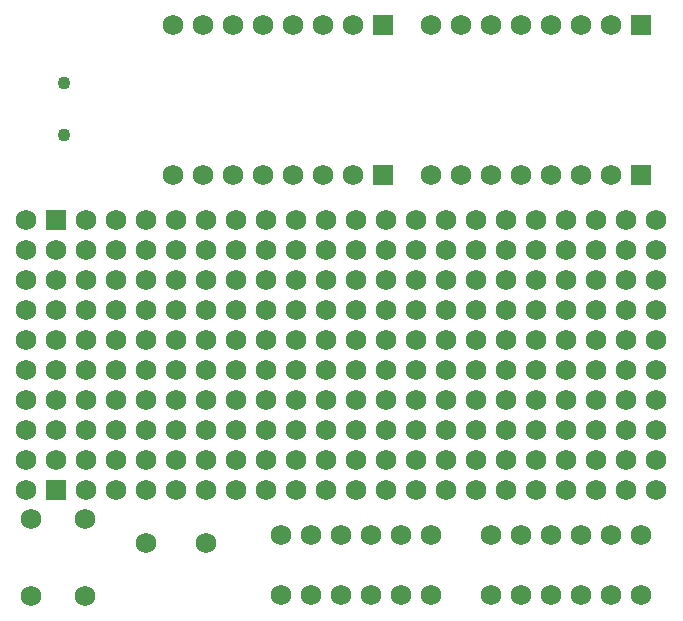
<source format=gbs>
G75*
G70*
%OFA0B0*%
%FSLAX24Y24*%
%IPPOS*%
%LPD*%
%AMOC8*
5,1,8,0,0,1.08239X$1,22.5*
%
%ADD10C,0.0680*%
%ADD11R,0.0680X0.0680*%
%ADD12C,0.0434*%
D10*
X001382Y001524D03*
X003162Y001524D03*
X005222Y003304D03*
X005222Y005054D03*
X006222Y005054D03*
X007222Y005054D03*
X008222Y005054D03*
X009222Y005054D03*
X010222Y005054D03*
X011222Y005054D03*
X012222Y005054D03*
X013222Y005054D03*
X014222Y005054D03*
X015222Y005054D03*
X016222Y005054D03*
X017222Y005054D03*
X018222Y005054D03*
X019222Y005054D03*
X020222Y005054D03*
X021222Y005054D03*
X022222Y005054D03*
X022222Y006054D03*
X021222Y006054D03*
X020222Y006054D03*
X019222Y006054D03*
X018222Y006054D03*
X017222Y006054D03*
X016222Y006054D03*
X015222Y006054D03*
X014222Y006054D03*
X013222Y006054D03*
X012222Y006054D03*
X011222Y006054D03*
X010222Y006054D03*
X009222Y006054D03*
X008222Y006054D03*
X007222Y006054D03*
X006222Y006054D03*
X005222Y006054D03*
X004222Y006054D03*
X004222Y005054D03*
X003222Y005054D03*
X003162Y004084D03*
X001382Y004084D03*
X001222Y005054D03*
X001222Y006054D03*
X002222Y006054D03*
X002222Y007054D03*
X001222Y007054D03*
X001222Y008054D03*
X002222Y008054D03*
X002222Y009054D03*
X001222Y009054D03*
X001222Y010054D03*
X002222Y010054D03*
X002222Y011054D03*
X001222Y011054D03*
X001222Y012054D03*
X002222Y012054D03*
X002222Y013054D03*
X001222Y013054D03*
X001222Y014054D03*
X003222Y014054D03*
X003222Y013054D03*
X003222Y012054D03*
X003222Y011054D03*
X003222Y010054D03*
X003222Y009054D03*
X003222Y008054D03*
X003222Y007054D03*
X003222Y006054D03*
X004222Y007054D03*
X005222Y007054D03*
X006222Y007054D03*
X007222Y007054D03*
X008222Y007054D03*
X009222Y007054D03*
X010222Y007054D03*
X011222Y007054D03*
X012222Y007054D03*
X013222Y007054D03*
X014222Y007054D03*
X015222Y007054D03*
X016222Y007054D03*
X017222Y007054D03*
X018222Y007054D03*
X019222Y007054D03*
X020222Y007054D03*
X021222Y007054D03*
X022222Y007054D03*
X022222Y008054D03*
X021222Y008054D03*
X020222Y008054D03*
X019222Y008054D03*
X018222Y008054D03*
X017222Y008054D03*
X016222Y008054D03*
X015222Y008054D03*
X014222Y008054D03*
X013222Y008054D03*
X012222Y008054D03*
X011222Y008054D03*
X010222Y008054D03*
X009222Y008054D03*
X008222Y008054D03*
X007222Y008054D03*
X006222Y008054D03*
X005222Y008054D03*
X004222Y008054D03*
X004222Y009054D03*
X005222Y009054D03*
X006222Y009054D03*
X007222Y009054D03*
X008222Y009054D03*
X009222Y009054D03*
X010222Y009054D03*
X011222Y009054D03*
X012222Y009054D03*
X013222Y009054D03*
X014222Y009054D03*
X015222Y009054D03*
X016222Y009054D03*
X017222Y009054D03*
X018222Y009054D03*
X019222Y009054D03*
X020222Y009054D03*
X021222Y009054D03*
X022222Y009054D03*
X022222Y010054D03*
X021222Y010054D03*
X020222Y010054D03*
X019222Y010054D03*
X018222Y010054D03*
X017222Y010054D03*
X016222Y010054D03*
X015222Y010054D03*
X014222Y010054D03*
X013222Y010054D03*
X012222Y010054D03*
X011222Y010054D03*
X010222Y010054D03*
X009222Y010054D03*
X008222Y010054D03*
X007222Y010054D03*
X006222Y010054D03*
X005222Y010054D03*
X004222Y010054D03*
X004222Y011054D03*
X005222Y011054D03*
X006222Y011054D03*
X007222Y011054D03*
X008222Y011054D03*
X009222Y011054D03*
X010222Y011054D03*
X011222Y011054D03*
X012222Y011054D03*
X013222Y011054D03*
X014222Y011054D03*
X015222Y011054D03*
X016222Y011054D03*
X017222Y011054D03*
X018222Y011054D03*
X019222Y011054D03*
X020222Y011054D03*
X021222Y011054D03*
X022222Y011054D03*
X022222Y012054D03*
X021222Y012054D03*
X020222Y012054D03*
X019222Y012054D03*
X018222Y012054D03*
X017222Y012054D03*
X016222Y012054D03*
X015222Y012054D03*
X014222Y012054D03*
X013222Y012054D03*
X012222Y012054D03*
X011222Y012054D03*
X010222Y012054D03*
X009222Y012054D03*
X008222Y012054D03*
X007222Y012054D03*
X006222Y012054D03*
X005222Y012054D03*
X004222Y012054D03*
X004222Y013054D03*
X005222Y013054D03*
X006222Y013054D03*
X007222Y013054D03*
X008222Y013054D03*
X009222Y013054D03*
X010222Y013054D03*
X011222Y013054D03*
X012222Y013054D03*
X013222Y013054D03*
X014222Y013054D03*
X015222Y013054D03*
X016222Y013054D03*
X017222Y013054D03*
X018222Y013054D03*
X019222Y013054D03*
X020222Y013054D03*
X021222Y013054D03*
X022222Y013054D03*
X022222Y014054D03*
X021222Y014054D03*
X020222Y014054D03*
X019222Y014054D03*
X018222Y014054D03*
X017222Y014054D03*
X016222Y014054D03*
X015222Y014054D03*
X014222Y014054D03*
X013222Y014054D03*
X012222Y014054D03*
X011222Y014054D03*
X010222Y014054D03*
X009222Y014054D03*
X008222Y014054D03*
X007222Y014054D03*
X006222Y014054D03*
X005222Y014054D03*
X004222Y014054D03*
X006122Y015554D03*
X007122Y015554D03*
X008122Y015554D03*
X009122Y015554D03*
X010122Y015554D03*
X011122Y015554D03*
X012122Y015554D03*
X014722Y015554D03*
X015722Y015554D03*
X016722Y015554D03*
X017722Y015554D03*
X018722Y015554D03*
X019722Y015554D03*
X020722Y015554D03*
X020722Y020554D03*
X019722Y020554D03*
X018722Y020554D03*
X017722Y020554D03*
X016722Y020554D03*
X015722Y020554D03*
X014722Y020554D03*
X012122Y020554D03*
X011122Y020554D03*
X010122Y020554D03*
X009122Y020554D03*
X008122Y020554D03*
X007122Y020554D03*
X006122Y020554D03*
X009722Y003554D03*
X010722Y003554D03*
X011722Y003554D03*
X012722Y003554D03*
X013722Y003554D03*
X014722Y003554D03*
X014722Y001554D03*
X013722Y001554D03*
X012722Y001554D03*
X011722Y001554D03*
X010722Y001554D03*
X009722Y001554D03*
X007222Y003304D03*
X016722Y003554D03*
X017722Y003554D03*
X018722Y003554D03*
X019722Y003554D03*
X020722Y003554D03*
X021722Y003554D03*
X021722Y001554D03*
X020722Y001554D03*
X019722Y001554D03*
X018722Y001554D03*
X017722Y001554D03*
X016722Y001554D03*
D11*
X013122Y015554D03*
X013122Y020554D03*
X021722Y020554D03*
X021722Y015554D03*
X002222Y014054D03*
X002222Y005054D03*
D12*
X002472Y016888D03*
X002472Y018620D03*
M02*

</source>
